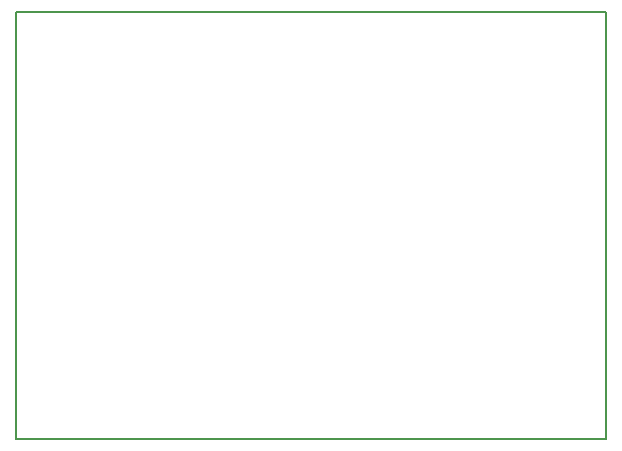
<source format=gm1>
G04 #@! TF.FileFunction,Profile,NP*
%FSLAX46Y46*%
G04 Gerber Fmt 4.6, Leading zero omitted, Abs format (unit mm)*
G04 Created by KiCad (PCBNEW 4.0.7) date Sat Nov 18 21:15:49 2017*
%MOMM*%
%LPD*%
G01*
G04 APERTURE LIST*
%ADD10C,0.100000*%
%ADD11C,0.150000*%
G04 APERTURE END LIST*
D10*
D11*
X15000000Y-51200000D02*
X15000000Y-15000000D01*
X65000000Y-51200000D02*
X15000000Y-51200000D01*
X65000000Y-15000000D02*
X65000000Y-51200000D01*
X15000000Y-15000000D02*
X65000000Y-15000000D01*
M02*

</source>
